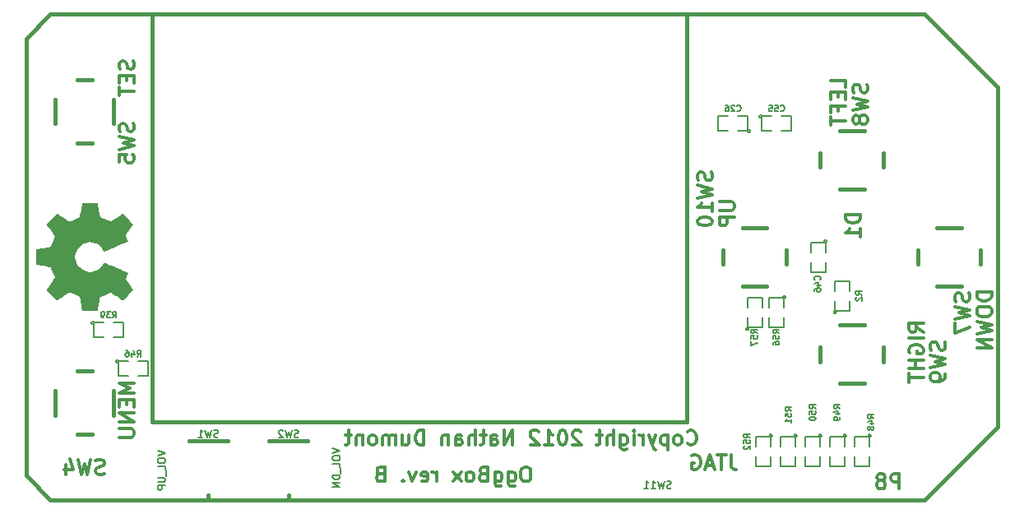
<source format=gbo>
G04 (created by PCBNEW-RS274X (2012-05-21 BZR 3261)-stable) date Wed 26 Sep 2012 20:51:20 BST*
G01*
G70*
G90*
%MOIN*%
G04 Gerber Fmt 3.4, Leading zero omitted, Abs format*
%FSLAX34Y34*%
G04 APERTURE LIST*
%ADD10C,0.006000*%
%ADD11C,0.012000*%
%ADD12C,0.015000*%
%ADD13C,0.005000*%
%ADD14C,0.000100*%
G04 APERTURE END LIST*
G54D10*
G54D11*
X26793Y02279D02*
X26822Y02250D01*
X26908Y02222D01*
X26965Y02222D01*
X27050Y02250D01*
X27108Y02307D01*
X27136Y02363D01*
X27165Y02476D01*
X27165Y02560D01*
X27136Y02673D01*
X27108Y02729D01*
X27050Y02785D01*
X26965Y02813D01*
X26908Y02813D01*
X26822Y02785D01*
X26793Y02757D01*
X26450Y02222D02*
X26508Y02250D01*
X26536Y02279D01*
X26565Y02335D01*
X26565Y02504D01*
X26536Y02560D01*
X26508Y02588D01*
X26450Y02616D01*
X26365Y02616D01*
X26308Y02588D01*
X26279Y02560D01*
X26250Y02504D01*
X26250Y02335D01*
X26279Y02279D01*
X26308Y02250D01*
X26365Y02222D01*
X26450Y02222D01*
X25993Y02616D02*
X25993Y02025D01*
X25993Y02588D02*
X25936Y02616D01*
X25822Y02616D01*
X25765Y02588D01*
X25736Y02560D01*
X25707Y02504D01*
X25707Y02335D01*
X25736Y02279D01*
X25765Y02250D01*
X25822Y02222D01*
X25936Y02222D01*
X25993Y02250D01*
X25507Y02616D02*
X25364Y02222D01*
X25222Y02616D02*
X25364Y02222D01*
X25422Y02082D01*
X25450Y02053D01*
X25507Y02025D01*
X24993Y02222D02*
X24993Y02616D01*
X24993Y02504D02*
X24965Y02560D01*
X24936Y02588D01*
X24879Y02616D01*
X24822Y02616D01*
X24622Y02222D02*
X24622Y02616D01*
X24622Y02813D02*
X24651Y02785D01*
X24622Y02757D01*
X24594Y02785D01*
X24622Y02813D01*
X24622Y02757D01*
X24079Y02616D02*
X24079Y02138D01*
X24108Y02082D01*
X24136Y02053D01*
X24193Y02025D01*
X24279Y02025D01*
X24336Y02053D01*
X24079Y02250D02*
X24136Y02222D01*
X24250Y02222D01*
X24308Y02250D01*
X24336Y02279D01*
X24365Y02335D01*
X24365Y02504D01*
X24336Y02560D01*
X24308Y02588D01*
X24250Y02616D01*
X24136Y02616D01*
X24079Y02588D01*
X23793Y02222D02*
X23793Y02813D01*
X23536Y02222D02*
X23536Y02532D01*
X23565Y02588D01*
X23622Y02616D01*
X23707Y02616D01*
X23765Y02588D01*
X23793Y02560D01*
X23336Y02616D02*
X23107Y02616D01*
X23250Y02813D02*
X23250Y02307D01*
X23222Y02250D01*
X23164Y02222D01*
X23107Y02222D01*
X22479Y02757D02*
X22450Y02785D01*
X22393Y02813D01*
X22250Y02813D01*
X22193Y02785D01*
X22164Y02757D01*
X22136Y02701D01*
X22136Y02644D01*
X22164Y02560D01*
X22507Y02222D01*
X22136Y02222D01*
X21765Y02813D02*
X21708Y02813D01*
X21651Y02785D01*
X21622Y02757D01*
X21593Y02701D01*
X21565Y02588D01*
X21565Y02447D01*
X21593Y02335D01*
X21622Y02279D01*
X21651Y02250D01*
X21708Y02222D01*
X21765Y02222D01*
X21822Y02250D01*
X21851Y02279D01*
X21879Y02335D01*
X21908Y02447D01*
X21908Y02588D01*
X21879Y02701D01*
X21851Y02757D01*
X21822Y02785D01*
X21765Y02813D01*
X20994Y02222D02*
X21337Y02222D01*
X21165Y02222D02*
X21165Y02813D01*
X21222Y02729D01*
X21280Y02673D01*
X21337Y02644D01*
X20766Y02757D02*
X20737Y02785D01*
X20680Y02813D01*
X20537Y02813D01*
X20480Y02785D01*
X20451Y02757D01*
X20423Y02701D01*
X20423Y02644D01*
X20451Y02560D01*
X20794Y02222D01*
X20423Y02222D01*
X19709Y02222D02*
X19709Y02813D01*
X19366Y02222D01*
X19366Y02813D01*
X18823Y02222D02*
X18823Y02532D01*
X18852Y02588D01*
X18909Y02616D01*
X19023Y02616D01*
X19080Y02588D01*
X18823Y02250D02*
X18880Y02222D01*
X19023Y02222D01*
X19080Y02250D01*
X19109Y02307D01*
X19109Y02363D01*
X19080Y02419D01*
X19023Y02447D01*
X18880Y02447D01*
X18823Y02476D01*
X18623Y02616D02*
X18394Y02616D01*
X18537Y02813D02*
X18537Y02307D01*
X18509Y02250D01*
X18451Y02222D01*
X18394Y02222D01*
X18194Y02222D02*
X18194Y02813D01*
X17937Y02222D02*
X17937Y02532D01*
X17966Y02588D01*
X18023Y02616D01*
X18108Y02616D01*
X18166Y02588D01*
X18194Y02560D01*
X17394Y02222D02*
X17394Y02532D01*
X17423Y02588D01*
X17480Y02616D01*
X17594Y02616D01*
X17651Y02588D01*
X17394Y02250D02*
X17451Y02222D01*
X17594Y02222D01*
X17651Y02250D01*
X17680Y02307D01*
X17680Y02363D01*
X17651Y02419D01*
X17594Y02447D01*
X17451Y02447D01*
X17394Y02476D01*
X17108Y02616D02*
X17108Y02222D01*
X17108Y02560D02*
X17080Y02588D01*
X17022Y02616D01*
X16937Y02616D01*
X16880Y02588D01*
X16851Y02532D01*
X16851Y02222D01*
X16108Y02222D02*
X16108Y02813D01*
X15965Y02813D01*
X15880Y02785D01*
X15822Y02729D01*
X15794Y02673D01*
X15765Y02560D01*
X15765Y02476D01*
X15794Y02363D01*
X15822Y02307D01*
X15880Y02250D01*
X15965Y02222D01*
X16108Y02222D01*
X15251Y02616D02*
X15251Y02222D01*
X15508Y02616D02*
X15508Y02307D01*
X15480Y02250D01*
X15422Y02222D01*
X15337Y02222D01*
X15280Y02250D01*
X15251Y02279D01*
X14965Y02222D02*
X14965Y02616D01*
X14965Y02560D02*
X14937Y02588D01*
X14879Y02616D01*
X14794Y02616D01*
X14737Y02588D01*
X14708Y02532D01*
X14708Y02222D01*
X14708Y02532D02*
X14679Y02588D01*
X14622Y02616D01*
X14537Y02616D01*
X14479Y02588D01*
X14451Y02532D01*
X14451Y02222D01*
X14079Y02222D02*
X14137Y02250D01*
X14165Y02279D01*
X14194Y02335D01*
X14194Y02504D01*
X14165Y02560D01*
X14137Y02588D01*
X14079Y02616D01*
X13994Y02616D01*
X13937Y02588D01*
X13908Y02560D01*
X13879Y02504D01*
X13879Y02335D01*
X13908Y02279D01*
X13937Y02250D01*
X13994Y02222D01*
X14079Y02222D01*
X13622Y02616D02*
X13622Y02222D01*
X13622Y02560D02*
X13594Y02588D01*
X13536Y02616D01*
X13451Y02616D01*
X13394Y02588D01*
X13365Y02532D01*
X13365Y02222D01*
X13165Y02616D02*
X12936Y02616D01*
X13079Y02813D02*
X13079Y02307D01*
X13051Y02250D01*
X12993Y02222D01*
X12936Y02222D01*
X20309Y01337D02*
X20195Y01337D01*
X20137Y01309D01*
X20080Y01253D01*
X20052Y01140D01*
X20052Y00943D01*
X20080Y00831D01*
X20137Y00774D01*
X20195Y00746D01*
X20309Y00746D01*
X20366Y00774D01*
X20423Y00831D01*
X20452Y00943D01*
X20452Y01140D01*
X20423Y01253D01*
X20366Y01309D01*
X20309Y01337D01*
X19537Y01140D02*
X19537Y00662D01*
X19566Y00606D01*
X19594Y00577D01*
X19651Y00549D01*
X19737Y00549D01*
X19794Y00577D01*
X19537Y00774D02*
X19594Y00746D01*
X19708Y00746D01*
X19766Y00774D01*
X19794Y00803D01*
X19823Y00859D01*
X19823Y01028D01*
X19794Y01084D01*
X19766Y01112D01*
X19708Y01140D01*
X19594Y01140D01*
X19537Y01112D01*
X18994Y01140D02*
X18994Y00662D01*
X19023Y00606D01*
X19051Y00577D01*
X19108Y00549D01*
X19194Y00549D01*
X19251Y00577D01*
X18994Y00774D02*
X19051Y00746D01*
X19165Y00746D01*
X19223Y00774D01*
X19251Y00803D01*
X19280Y00859D01*
X19280Y01028D01*
X19251Y01084D01*
X19223Y01112D01*
X19165Y01140D01*
X19051Y01140D01*
X18994Y01112D01*
X18508Y01056D02*
X18422Y01028D01*
X18394Y01000D01*
X18365Y00943D01*
X18365Y00859D01*
X18394Y00803D01*
X18422Y00774D01*
X18480Y00746D01*
X18708Y00746D01*
X18708Y01337D01*
X18508Y01337D01*
X18451Y01309D01*
X18422Y01281D01*
X18394Y01225D01*
X18394Y01168D01*
X18422Y01112D01*
X18451Y01084D01*
X18508Y01056D01*
X18708Y01056D01*
X18022Y00746D02*
X18080Y00774D01*
X18108Y00803D01*
X18137Y00859D01*
X18137Y01028D01*
X18108Y01084D01*
X18080Y01112D01*
X18022Y01140D01*
X17937Y01140D01*
X17880Y01112D01*
X17851Y01084D01*
X17822Y01028D01*
X17822Y00859D01*
X17851Y00803D01*
X17880Y00774D01*
X17937Y00746D01*
X18022Y00746D01*
X17622Y00746D02*
X17308Y01140D01*
X17622Y01140D02*
X17308Y00746D01*
X16622Y00746D02*
X16622Y01140D01*
X16622Y01028D02*
X16594Y01084D01*
X16565Y01112D01*
X16508Y01140D01*
X16451Y01140D01*
X16023Y00774D02*
X16080Y00746D01*
X16194Y00746D01*
X16251Y00774D01*
X16280Y00831D01*
X16280Y01056D01*
X16251Y01112D01*
X16194Y01140D01*
X16080Y01140D01*
X16023Y01112D01*
X15994Y01056D01*
X15994Y01000D01*
X16280Y00943D01*
X15794Y01140D02*
X15651Y00746D01*
X15509Y01140D01*
X15280Y00803D02*
X15252Y00774D01*
X15280Y00746D01*
X15309Y00774D01*
X15280Y00803D01*
X15280Y00746D01*
X14337Y01056D02*
X14251Y01028D01*
X14223Y01000D01*
X14194Y00943D01*
X14194Y00859D01*
X14223Y00803D01*
X14251Y00774D01*
X14309Y00746D01*
X14537Y00746D01*
X14537Y01337D01*
X14337Y01337D01*
X14280Y01309D01*
X14251Y01281D01*
X14223Y01225D01*
X14223Y01168D01*
X14251Y01112D01*
X14280Y01084D01*
X14337Y01056D01*
X14537Y01056D01*
G54D12*
X39369Y16733D02*
X39370Y16733D01*
X36417Y19685D02*
X39369Y16733D01*
X00984Y19685D02*
X00000Y18701D01*
X36417Y19685D02*
X00984Y19685D01*
X36417Y00000D02*
X39370Y02953D01*
X00000Y00984D02*
X00000Y00985D01*
X00984Y00000D02*
X00000Y00984D01*
X36417Y00000D02*
X00984Y00000D01*
X00000Y18701D02*
X00000Y00985D01*
X39370Y16733D02*
X39370Y02953D01*
G54D13*
X29278Y06929D02*
X29277Y06920D01*
X29274Y06910D01*
X29269Y06902D01*
X29263Y06894D01*
X29255Y06888D01*
X29247Y06883D01*
X29238Y06881D01*
X29228Y06880D01*
X29219Y06880D01*
X29210Y06883D01*
X29201Y06888D01*
X29194Y06894D01*
X29187Y06901D01*
X29183Y06910D01*
X29180Y06919D01*
X29179Y06929D01*
X29179Y06938D01*
X29182Y06947D01*
X29186Y06956D01*
X29193Y06963D01*
X29200Y06970D01*
X29208Y06974D01*
X29218Y06977D01*
X29227Y06978D01*
X29236Y06978D01*
X29246Y06975D01*
X29254Y06971D01*
X29262Y06965D01*
X29268Y06957D01*
X29273Y06949D01*
X29276Y06940D01*
X29277Y06930D01*
X29278Y06929D01*
X29228Y07379D02*
X29228Y06979D01*
X29228Y06979D02*
X29828Y06979D01*
X29828Y06979D02*
X29828Y07379D01*
X29828Y07779D02*
X29828Y08179D01*
X29828Y08179D02*
X29228Y08179D01*
X29228Y08179D02*
X29228Y07779D01*
X30763Y08229D02*
X30762Y08220D01*
X30759Y08210D01*
X30754Y08202D01*
X30748Y08194D01*
X30740Y08188D01*
X30732Y08183D01*
X30723Y08181D01*
X30713Y08180D01*
X30704Y08180D01*
X30695Y08183D01*
X30686Y08188D01*
X30679Y08194D01*
X30672Y08201D01*
X30668Y08210D01*
X30665Y08219D01*
X30664Y08229D01*
X30664Y08238D01*
X30667Y08247D01*
X30671Y08256D01*
X30678Y08263D01*
X30685Y08270D01*
X30693Y08274D01*
X30703Y08277D01*
X30712Y08278D01*
X30721Y08278D01*
X30731Y08275D01*
X30739Y08271D01*
X30747Y08265D01*
X30753Y08257D01*
X30758Y08249D01*
X30761Y08240D01*
X30762Y08230D01*
X30763Y08229D01*
X30713Y07779D02*
X30713Y08179D01*
X30713Y08179D02*
X30113Y08179D01*
X30113Y08179D02*
X30113Y07779D01*
X30113Y07379D02*
X30113Y06979D01*
X30113Y06979D02*
X30713Y06979D01*
X30713Y06979D02*
X30713Y07379D01*
X30230Y02613D02*
X30229Y02604D01*
X30226Y02594D01*
X30221Y02586D01*
X30215Y02578D01*
X30207Y02572D01*
X30199Y02567D01*
X30190Y02565D01*
X30180Y02564D01*
X30171Y02564D01*
X30162Y02567D01*
X30153Y02572D01*
X30146Y02578D01*
X30139Y02585D01*
X30135Y02594D01*
X30132Y02603D01*
X30131Y02613D01*
X30131Y02622D01*
X30134Y02631D01*
X30138Y02640D01*
X30145Y02647D01*
X30152Y02654D01*
X30160Y02658D01*
X30170Y02661D01*
X30179Y02662D01*
X30188Y02662D01*
X30198Y02659D01*
X30206Y02655D01*
X30214Y02649D01*
X30220Y02641D01*
X30225Y02633D01*
X30228Y02624D01*
X30229Y02614D01*
X30230Y02613D01*
X30180Y02163D02*
X30180Y02563D01*
X30180Y02563D02*
X29580Y02563D01*
X29580Y02563D02*
X29580Y02163D01*
X29580Y01763D02*
X29580Y01363D01*
X29580Y01363D02*
X30180Y01363D01*
X30180Y01363D02*
X30180Y01763D01*
X31230Y02613D02*
X31229Y02604D01*
X31226Y02594D01*
X31221Y02586D01*
X31215Y02578D01*
X31207Y02572D01*
X31199Y02567D01*
X31190Y02565D01*
X31180Y02564D01*
X31171Y02564D01*
X31162Y02567D01*
X31153Y02572D01*
X31146Y02578D01*
X31139Y02585D01*
X31135Y02594D01*
X31132Y02603D01*
X31131Y02613D01*
X31131Y02622D01*
X31134Y02631D01*
X31138Y02640D01*
X31145Y02647D01*
X31152Y02654D01*
X31160Y02658D01*
X31170Y02661D01*
X31179Y02662D01*
X31188Y02662D01*
X31198Y02659D01*
X31206Y02655D01*
X31214Y02649D01*
X31220Y02641D01*
X31225Y02633D01*
X31228Y02624D01*
X31229Y02614D01*
X31230Y02613D01*
X31180Y02163D02*
X31180Y02563D01*
X31180Y02563D02*
X30580Y02563D01*
X30580Y02563D02*
X30580Y02163D01*
X30580Y01763D02*
X30580Y01363D01*
X30580Y01363D02*
X31180Y01363D01*
X31180Y01363D02*
X31180Y01763D01*
X32230Y02613D02*
X32229Y02604D01*
X32226Y02594D01*
X32221Y02586D01*
X32215Y02578D01*
X32207Y02572D01*
X32199Y02567D01*
X32190Y02565D01*
X32180Y02564D01*
X32171Y02564D01*
X32162Y02567D01*
X32153Y02572D01*
X32146Y02578D01*
X32139Y02585D01*
X32135Y02594D01*
X32132Y02603D01*
X32131Y02613D01*
X32131Y02622D01*
X32134Y02631D01*
X32138Y02640D01*
X32145Y02647D01*
X32152Y02654D01*
X32160Y02658D01*
X32170Y02661D01*
X32179Y02662D01*
X32188Y02662D01*
X32198Y02659D01*
X32206Y02655D01*
X32214Y02649D01*
X32220Y02641D01*
X32225Y02633D01*
X32228Y02624D01*
X32229Y02614D01*
X32230Y02613D01*
X32180Y02163D02*
X32180Y02563D01*
X32180Y02563D02*
X31580Y02563D01*
X31580Y02563D02*
X31580Y02163D01*
X31580Y01763D02*
X31580Y01363D01*
X31580Y01363D02*
X32180Y01363D01*
X32180Y01363D02*
X32180Y01763D01*
X33230Y02613D02*
X33229Y02604D01*
X33226Y02594D01*
X33221Y02586D01*
X33215Y02578D01*
X33207Y02572D01*
X33199Y02567D01*
X33190Y02565D01*
X33180Y02564D01*
X33171Y02564D01*
X33162Y02567D01*
X33153Y02572D01*
X33146Y02578D01*
X33139Y02585D01*
X33135Y02594D01*
X33132Y02603D01*
X33131Y02613D01*
X33131Y02622D01*
X33134Y02631D01*
X33138Y02640D01*
X33145Y02647D01*
X33152Y02654D01*
X33160Y02658D01*
X33170Y02661D01*
X33179Y02662D01*
X33188Y02662D01*
X33198Y02659D01*
X33206Y02655D01*
X33214Y02649D01*
X33220Y02641D01*
X33225Y02633D01*
X33228Y02624D01*
X33229Y02614D01*
X33230Y02613D01*
X33180Y02163D02*
X33180Y02563D01*
X33180Y02563D02*
X32580Y02563D01*
X32580Y02563D02*
X32580Y02163D01*
X32580Y01763D02*
X32580Y01363D01*
X32580Y01363D02*
X33180Y01363D01*
X33180Y01363D02*
X33180Y01763D01*
X34230Y02613D02*
X34229Y02604D01*
X34226Y02594D01*
X34221Y02586D01*
X34215Y02578D01*
X34207Y02572D01*
X34199Y02567D01*
X34190Y02565D01*
X34180Y02564D01*
X34171Y02564D01*
X34162Y02567D01*
X34153Y02572D01*
X34146Y02578D01*
X34139Y02585D01*
X34135Y02594D01*
X34132Y02603D01*
X34131Y02613D01*
X34131Y02622D01*
X34134Y02631D01*
X34138Y02640D01*
X34145Y02647D01*
X34152Y02654D01*
X34160Y02658D01*
X34170Y02661D01*
X34179Y02662D01*
X34188Y02662D01*
X34198Y02659D01*
X34206Y02655D01*
X34214Y02649D01*
X34220Y02641D01*
X34225Y02633D01*
X34228Y02624D01*
X34229Y02614D01*
X34230Y02613D01*
X34180Y02163D02*
X34180Y02563D01*
X34180Y02563D02*
X33580Y02563D01*
X33580Y02563D02*
X33580Y02163D01*
X33580Y01763D02*
X33580Y01363D01*
X33580Y01363D02*
X34180Y01363D01*
X34180Y01363D02*
X34180Y01763D01*
X03731Y05615D02*
X03730Y05606D01*
X03727Y05596D01*
X03722Y05588D01*
X03716Y05580D01*
X03708Y05574D01*
X03700Y05569D01*
X03691Y05567D01*
X03681Y05566D01*
X03672Y05566D01*
X03663Y05569D01*
X03654Y05574D01*
X03647Y05580D01*
X03640Y05587D01*
X03636Y05596D01*
X03633Y05605D01*
X03632Y05615D01*
X03632Y05624D01*
X03635Y05633D01*
X03639Y05642D01*
X03646Y05649D01*
X03653Y05656D01*
X03661Y05660D01*
X03671Y05663D01*
X03680Y05664D01*
X03689Y05664D01*
X03699Y05661D01*
X03707Y05657D01*
X03715Y05651D01*
X03721Y05643D01*
X03726Y05635D01*
X03729Y05626D01*
X03730Y05616D01*
X03731Y05615D01*
X04131Y05615D02*
X03731Y05615D01*
X03731Y05615D02*
X03731Y05015D01*
X03731Y05015D02*
X04131Y05015D01*
X04531Y05015D02*
X04931Y05015D01*
X04931Y05015D02*
X04931Y05615D01*
X04931Y05615D02*
X04531Y05615D01*
X29342Y14956D02*
X29341Y14947D01*
X29338Y14937D01*
X29333Y14929D01*
X29327Y14921D01*
X29319Y14915D01*
X29311Y14910D01*
X29302Y14908D01*
X29292Y14907D01*
X29283Y14907D01*
X29274Y14910D01*
X29265Y14915D01*
X29258Y14921D01*
X29251Y14928D01*
X29247Y14937D01*
X29244Y14946D01*
X29243Y14956D01*
X29243Y14965D01*
X29246Y14974D01*
X29250Y14983D01*
X29257Y14990D01*
X29264Y14997D01*
X29272Y15001D01*
X29282Y15004D01*
X29291Y15005D01*
X29300Y15005D01*
X29310Y15002D01*
X29318Y14998D01*
X29326Y14992D01*
X29332Y14984D01*
X29337Y14976D01*
X29340Y14967D01*
X29341Y14957D01*
X29342Y14956D01*
X28842Y14956D02*
X29242Y14956D01*
X29242Y14956D02*
X29242Y15556D01*
X29242Y15556D02*
X28842Y15556D01*
X28442Y15556D02*
X28042Y15556D01*
X28042Y15556D02*
X28042Y14956D01*
X28042Y14956D02*
X28442Y14956D01*
X32821Y07618D02*
X32820Y07609D01*
X32817Y07599D01*
X32812Y07591D01*
X32806Y07583D01*
X32798Y07577D01*
X32790Y07572D01*
X32781Y07570D01*
X32771Y07569D01*
X32762Y07569D01*
X32753Y07572D01*
X32744Y07577D01*
X32737Y07583D01*
X32730Y07590D01*
X32726Y07599D01*
X32723Y07608D01*
X32722Y07618D01*
X32722Y07627D01*
X32725Y07636D01*
X32729Y07645D01*
X32736Y07652D01*
X32743Y07659D01*
X32751Y07663D01*
X32761Y07666D01*
X32770Y07667D01*
X32779Y07667D01*
X32789Y07664D01*
X32797Y07660D01*
X32805Y07654D01*
X32811Y07646D01*
X32816Y07638D01*
X32819Y07629D01*
X32820Y07619D01*
X32821Y07618D01*
X32771Y08068D02*
X32771Y07668D01*
X32771Y07668D02*
X33371Y07668D01*
X33371Y07668D02*
X33371Y08068D01*
X33371Y08468D02*
X33371Y08868D01*
X33371Y08868D02*
X32771Y08868D01*
X32771Y08868D02*
X32771Y08468D01*
X32437Y10493D02*
X32436Y10484D01*
X32433Y10474D01*
X32428Y10466D01*
X32422Y10458D01*
X32414Y10452D01*
X32406Y10447D01*
X32397Y10445D01*
X32387Y10444D01*
X32378Y10444D01*
X32369Y10447D01*
X32360Y10452D01*
X32353Y10458D01*
X32346Y10465D01*
X32342Y10474D01*
X32339Y10483D01*
X32338Y10493D01*
X32338Y10502D01*
X32341Y10511D01*
X32345Y10520D01*
X32352Y10527D01*
X32359Y10534D01*
X32367Y10538D01*
X32377Y10541D01*
X32386Y10542D01*
X32395Y10542D01*
X32405Y10539D01*
X32413Y10535D01*
X32421Y10529D01*
X32427Y10521D01*
X32432Y10513D01*
X32435Y10504D01*
X32436Y10494D01*
X32437Y10493D01*
X32387Y10043D02*
X32387Y10443D01*
X32387Y10443D02*
X31787Y10443D01*
X31787Y10443D02*
X31787Y10043D01*
X31787Y09643D02*
X31787Y09243D01*
X31787Y09243D02*
X32387Y09243D01*
X32387Y09243D02*
X32387Y09643D01*
G54D12*
X22047Y19686D02*
X25000Y19686D01*
X11024Y19686D02*
X21063Y19686D01*
X09646Y19686D02*
X09843Y19686D01*
X07087Y19686D02*
X09646Y19686D01*
X26772Y19686D02*
X26772Y03150D01*
X26772Y03150D02*
X05118Y03150D01*
X05118Y03150D02*
X05118Y19686D01*
X05118Y19686D02*
X05906Y19686D01*
X26772Y19686D02*
X25984Y19686D01*
G54D13*
X02747Y07190D02*
X02746Y07181D01*
X02743Y07171D01*
X02738Y07163D01*
X02732Y07155D01*
X02724Y07149D01*
X02716Y07144D01*
X02707Y07142D01*
X02697Y07141D01*
X02688Y07141D01*
X02679Y07144D01*
X02670Y07149D01*
X02663Y07155D01*
X02656Y07162D01*
X02652Y07171D01*
X02649Y07180D01*
X02648Y07190D01*
X02648Y07199D01*
X02651Y07208D01*
X02655Y07217D01*
X02662Y07224D01*
X02669Y07231D01*
X02677Y07235D01*
X02687Y07238D01*
X02696Y07239D01*
X02705Y07239D01*
X02715Y07236D01*
X02723Y07232D01*
X02731Y07226D01*
X02737Y07218D01*
X02742Y07210D01*
X02745Y07201D01*
X02746Y07191D01*
X02747Y07190D01*
X03147Y07190D02*
X02747Y07190D01*
X02747Y07190D02*
X02747Y06590D01*
X02747Y06590D02*
X03147Y06590D01*
X03547Y06590D02*
X03947Y06590D01*
X03947Y06590D02*
X03947Y07190D01*
X03947Y07190D02*
X03547Y07190D01*
X29813Y15556D02*
X29812Y15547D01*
X29809Y15537D01*
X29804Y15529D01*
X29798Y15521D01*
X29790Y15515D01*
X29782Y15510D01*
X29773Y15508D01*
X29763Y15507D01*
X29754Y15507D01*
X29745Y15510D01*
X29736Y15515D01*
X29729Y15521D01*
X29722Y15528D01*
X29718Y15537D01*
X29715Y15546D01*
X29714Y15556D01*
X29714Y15565D01*
X29717Y15574D01*
X29721Y15583D01*
X29728Y15590D01*
X29735Y15597D01*
X29743Y15601D01*
X29753Y15604D01*
X29762Y15605D01*
X29771Y15605D01*
X29781Y15602D01*
X29789Y15598D01*
X29797Y15592D01*
X29803Y15584D01*
X29808Y15576D01*
X29811Y15567D01*
X29812Y15557D01*
X29813Y15556D01*
X30213Y15556D02*
X29813Y15556D01*
X29813Y15556D02*
X29813Y14956D01*
X29813Y14956D02*
X30213Y14956D01*
X30613Y14956D02*
X31013Y14956D01*
X31013Y14956D02*
X31013Y15556D01*
X31013Y15556D02*
X30613Y15556D01*
G54D12*
X01181Y03445D02*
X01181Y04429D01*
X03543Y03445D02*
X03543Y04429D01*
X02657Y05217D02*
X02067Y05217D01*
X02657Y02657D02*
X02067Y02657D01*
X29036Y11024D02*
X30020Y11024D01*
X29036Y08662D02*
X30020Y08662D01*
X30808Y09548D02*
X30808Y10138D01*
X28248Y09548D02*
X28248Y10138D01*
X36910Y11024D02*
X37894Y11024D01*
X36910Y08662D02*
X37894Y08662D01*
X38682Y09548D02*
X38682Y10138D01*
X36122Y09548D02*
X36122Y10138D01*
X32973Y14961D02*
X33957Y14961D01*
X32973Y12599D02*
X33957Y12599D01*
X34745Y13485D02*
X34745Y14075D01*
X32185Y13485D02*
X32185Y14075D01*
X32973Y07087D02*
X33957Y07087D01*
X32973Y04725D02*
X33957Y04725D01*
X34745Y05611D02*
X34745Y06201D01*
X32185Y05611D02*
X32185Y06201D01*
X03543Y16240D02*
X03543Y15256D01*
X01181Y16240D02*
X01181Y15256D01*
X02067Y14468D02*
X02657Y14468D01*
X02067Y17028D02*
X02657Y17028D01*
X24212Y00000D02*
X22244Y00000D01*
G54D14*
G36*
X04330Y08515D02*
X04318Y08538D01*
X04286Y08589D01*
X04238Y08662D01*
X04180Y08749D01*
X04121Y08836D01*
X04073Y08907D01*
X04041Y08957D01*
X04030Y08978D01*
X04034Y08989D01*
X04054Y09030D01*
X04085Y09090D01*
X04103Y09125D01*
X04126Y09180D01*
X04131Y09207D01*
X04124Y09212D01*
X04082Y09232D01*
X04010Y09263D01*
X03915Y09305D01*
X03804Y09352D01*
X03684Y09403D01*
X03562Y09454D01*
X03445Y09502D01*
X03340Y09545D01*
X03255Y09579D01*
X03196Y09602D01*
X03170Y09610D01*
X03165Y09608D01*
X03138Y09580D01*
X03102Y09532D01*
X03018Y09429D01*
X02890Y09326D01*
X02745Y09264D01*
X02584Y09243D01*
X02434Y09261D01*
X02290Y09320D01*
X02161Y09420D01*
X02065Y09541D01*
X02004Y09683D01*
X01985Y09843D01*
X02002Y09996D01*
X02060Y10142D01*
X02158Y10272D01*
X02221Y10326D01*
X02352Y10401D01*
X02492Y10444D01*
X02528Y10449D01*
X02682Y10442D01*
X02829Y10397D01*
X02961Y10316D01*
X03069Y10203D01*
X03080Y10189D01*
X03119Y10136D01*
X03146Y10101D01*
X03168Y10074D01*
X03640Y10270D01*
X03715Y10301D01*
X03844Y10355D01*
X03955Y10402D01*
X04043Y10440D01*
X04102Y10466D01*
X04126Y10478D01*
X04127Y10479D01*
X04130Y10496D01*
X04117Y10532D01*
X04085Y10598D01*
X04063Y10642D01*
X04039Y10692D01*
X04030Y10714D01*
X04040Y10733D01*
X04071Y10781D01*
X04118Y10851D01*
X04176Y10936D01*
X04230Y11016D01*
X04279Y11090D01*
X04313Y11144D01*
X04327Y11170D01*
X04327Y11174D01*
X04314Y11197D01*
X04279Y11239D01*
X04218Y11304D01*
X04128Y11395D01*
X04115Y11409D01*
X04039Y11483D01*
X03975Y11544D01*
X03930Y11585D01*
X03909Y11599D01*
X03909Y11599D01*
X03883Y11586D01*
X03830Y11552D01*
X03755Y11503D01*
X03667Y11443D01*
X03440Y11287D01*
X03226Y11373D01*
X03161Y11399D01*
X03081Y11433D01*
X03024Y11458D01*
X02999Y11470D01*
X02991Y11494D01*
X02977Y11552D01*
X02959Y11637D01*
X02940Y11739D01*
X02923Y11835D01*
X02906Y11922D01*
X02894Y11986D01*
X02888Y12014D01*
X02884Y12021D01*
X02871Y12026D01*
X02841Y12030D01*
X02788Y12032D01*
X02704Y12033D01*
X02584Y12033D01*
X02571Y12033D01*
X02455Y12032D01*
X02364Y12030D01*
X02303Y12027D01*
X02280Y12023D01*
X02279Y12023D01*
X02273Y11996D01*
X02260Y11934D01*
X02243Y11847D01*
X02223Y11743D01*
X02222Y11736D01*
X02202Y11633D01*
X02184Y11546D01*
X02170Y11485D01*
X02162Y11459D01*
X02154Y11454D01*
X02114Y11433D01*
X02050Y11403D01*
X01971Y11369D01*
X01890Y11335D01*
X01817Y11306D01*
X01762Y11286D01*
X01737Y11280D01*
X01737Y11281D01*
X01712Y11296D01*
X01658Y11332D01*
X01583Y11382D01*
X01495Y11443D01*
X01489Y11447D01*
X01401Y11507D01*
X01327Y11555D01*
X01274Y11587D01*
X01250Y11599D01*
X01249Y11599D01*
X01223Y11579D01*
X01173Y11535D01*
X01106Y11471D01*
X01029Y11394D01*
X01005Y11370D01*
X00922Y11285D01*
X00867Y11225D01*
X00838Y11189D01*
X00832Y11171D01*
X00832Y11170D01*
X00848Y11144D01*
X00884Y11089D01*
X00935Y11014D01*
X00996Y10925D01*
X01000Y10919D01*
X01059Y10831D01*
X01109Y10758D01*
X01143Y10706D01*
X01157Y10684D01*
X01157Y10680D01*
X01146Y10644D01*
X01124Y10582D01*
X01095Y10505D01*
X01062Y10424D01*
X01031Y10351D01*
X01006Y10295D01*
X00991Y10269D01*
X00990Y10269D01*
X00959Y10259D01*
X00893Y10244D01*
X00803Y10226D01*
X00696Y10205D01*
X00678Y10202D01*
X00574Y10182D01*
X00488Y10165D01*
X00428Y10153D01*
X00404Y10147D01*
X00400Y10132D01*
X00396Y10081D01*
X00394Y10003D01*
X00393Y09909D01*
X00394Y09810D01*
X00396Y09713D01*
X00399Y09630D01*
X00403Y09571D01*
X00408Y09547D01*
X00409Y09546D01*
X00442Y09537D01*
X00507Y09522D01*
X00598Y09504D01*
X00706Y09483D01*
X00725Y09479D01*
X00829Y09460D01*
X00914Y09442D01*
X00973Y09430D01*
X00996Y09423D01*
X01001Y09414D01*
X01020Y09371D01*
X01049Y09301D01*
X01084Y09215D01*
X01165Y09014D01*
X00996Y08768D01*
X00981Y08745D01*
X00921Y08657D01*
X00872Y08584D01*
X00840Y08534D01*
X00828Y08513D01*
X00829Y08511D01*
X00850Y08487D01*
X00896Y08438D01*
X00961Y08371D01*
X01038Y08294D01*
X01095Y08237D01*
X01164Y08169D01*
X01210Y08126D01*
X01240Y08103D01*
X01258Y08094D01*
X01270Y08096D01*
X01295Y08112D01*
X01349Y08148D01*
X01424Y08199D01*
X01511Y08259D01*
X01583Y08308D01*
X01666Y08361D01*
X01725Y08396D01*
X01754Y08408D01*
X01766Y08405D01*
X01814Y08388D01*
X01887Y08359D01*
X01973Y08322D01*
X02168Y08236D01*
X02193Y08109D01*
X02207Y08031D01*
X02228Y07923D01*
X02248Y07820D01*
X02279Y07658D01*
X02873Y07652D01*
X02884Y07677D01*
X02890Y07701D01*
X02904Y07761D01*
X02921Y07847D01*
X02940Y07947D01*
X02956Y08033D01*
X02972Y08120D01*
X02984Y08182D01*
X02990Y08210D01*
X02999Y08217D01*
X03041Y08238D01*
X03108Y08269D01*
X03188Y08303D01*
X03271Y08338D01*
X03348Y08368D01*
X03406Y08390D01*
X03437Y08398D01*
X03459Y08386D01*
X03510Y08353D01*
X03583Y08305D01*
X03669Y08247D01*
X03755Y08188D01*
X03828Y08138D01*
X03881Y08104D01*
X03905Y08089D01*
X03922Y08096D01*
X03963Y08131D01*
X04031Y08196D01*
X04126Y08292D01*
X04141Y08308D01*
X04215Y08385D01*
X04275Y08450D01*
X04315Y08495D01*
X04330Y08515D01*
X04330Y08515D01*
G37*
G54D12*
X10630Y00001D02*
X10630Y00198D01*
X09843Y00001D02*
X11417Y00001D01*
X09843Y02383D02*
X11417Y02383D01*
X07382Y00001D02*
X07382Y00198D01*
X06595Y00001D02*
X08169Y00001D01*
X06595Y02383D02*
X08169Y02383D01*
G54D11*
X33806Y11564D02*
X33206Y11564D01*
X33206Y11421D01*
X33234Y11336D01*
X33292Y11278D01*
X33349Y11250D01*
X33463Y11221D01*
X33549Y11221D01*
X33663Y11250D01*
X33720Y11278D01*
X33777Y11336D01*
X33806Y11421D01*
X33806Y11564D01*
X33806Y10650D02*
X33806Y10993D01*
X33806Y10821D02*
X33206Y10821D01*
X33292Y10878D01*
X33349Y10936D01*
X33377Y10993D01*
G54D13*
X29629Y06756D02*
X29510Y06839D01*
X29629Y06898D02*
X29379Y06898D01*
X29379Y06803D01*
X29391Y06779D01*
X29403Y06768D01*
X29427Y06756D01*
X29463Y06756D01*
X29486Y06768D01*
X29498Y06779D01*
X29510Y06803D01*
X29510Y06898D01*
X29379Y06529D02*
X29379Y06648D01*
X29498Y06660D01*
X29486Y06648D01*
X29474Y06625D01*
X29474Y06565D01*
X29486Y06541D01*
X29498Y06529D01*
X29522Y06518D01*
X29582Y06518D01*
X29605Y06529D01*
X29617Y06541D01*
X29629Y06565D01*
X29629Y06625D01*
X29617Y06648D01*
X29605Y06660D01*
X29379Y06434D02*
X29379Y06268D01*
X29629Y06375D01*
X30514Y06756D02*
X30395Y06839D01*
X30514Y06898D02*
X30264Y06898D01*
X30264Y06803D01*
X30276Y06779D01*
X30288Y06768D01*
X30312Y06756D01*
X30348Y06756D01*
X30371Y06768D01*
X30383Y06779D01*
X30395Y06803D01*
X30395Y06898D01*
X30264Y06529D02*
X30264Y06648D01*
X30383Y06660D01*
X30371Y06648D01*
X30359Y06625D01*
X30359Y06565D01*
X30371Y06541D01*
X30383Y06529D01*
X30407Y06518D01*
X30467Y06518D01*
X30490Y06529D01*
X30502Y06541D01*
X30514Y06565D01*
X30514Y06625D01*
X30502Y06648D01*
X30490Y06660D01*
X30264Y06303D02*
X30264Y06351D01*
X30276Y06375D01*
X30288Y06387D01*
X30324Y06410D01*
X30371Y06422D01*
X30467Y06422D01*
X30490Y06410D01*
X30502Y06399D01*
X30514Y06375D01*
X30514Y06327D01*
X30502Y06303D01*
X30490Y06291D01*
X30467Y06280D01*
X30407Y06280D01*
X30383Y06291D01*
X30371Y06303D01*
X30359Y06327D01*
X30359Y06375D01*
X30371Y06399D01*
X30383Y06410D01*
X30407Y06422D01*
X29333Y02524D02*
X29214Y02607D01*
X29333Y02666D02*
X29083Y02666D01*
X29083Y02571D01*
X29095Y02547D01*
X29107Y02536D01*
X29131Y02524D01*
X29167Y02524D01*
X29190Y02536D01*
X29202Y02547D01*
X29214Y02571D01*
X29214Y02666D01*
X29083Y02297D02*
X29083Y02416D01*
X29202Y02428D01*
X29190Y02416D01*
X29178Y02393D01*
X29178Y02333D01*
X29190Y02309D01*
X29202Y02297D01*
X29226Y02286D01*
X29286Y02286D01*
X29309Y02297D01*
X29321Y02309D01*
X29333Y02333D01*
X29333Y02393D01*
X29321Y02416D01*
X29309Y02428D01*
X29107Y02190D02*
X29095Y02178D01*
X29083Y02155D01*
X29083Y02095D01*
X29095Y02071D01*
X29107Y02059D01*
X29131Y02048D01*
X29155Y02048D01*
X29190Y02059D01*
X29333Y02202D01*
X29333Y02048D01*
X31007Y03606D02*
X30888Y03689D01*
X31007Y03748D02*
X30757Y03748D01*
X30757Y03653D01*
X30769Y03629D01*
X30781Y03618D01*
X30805Y03606D01*
X30841Y03606D01*
X30864Y03618D01*
X30876Y03629D01*
X30888Y03653D01*
X30888Y03748D01*
X30757Y03379D02*
X30757Y03498D01*
X30876Y03510D01*
X30864Y03498D01*
X30852Y03475D01*
X30852Y03415D01*
X30864Y03391D01*
X30876Y03379D01*
X30900Y03368D01*
X30960Y03368D01*
X30983Y03379D01*
X30995Y03391D01*
X31007Y03415D01*
X31007Y03475D01*
X30995Y03498D01*
X30983Y03510D01*
X31007Y03130D02*
X31007Y03272D01*
X31007Y03201D02*
X30757Y03201D01*
X30793Y03225D01*
X30817Y03249D01*
X30829Y03272D01*
X31991Y03705D02*
X31872Y03788D01*
X31991Y03847D02*
X31741Y03847D01*
X31741Y03752D01*
X31753Y03728D01*
X31765Y03717D01*
X31789Y03705D01*
X31825Y03705D01*
X31848Y03717D01*
X31860Y03728D01*
X31872Y03752D01*
X31872Y03847D01*
X31741Y03478D02*
X31741Y03597D01*
X31860Y03609D01*
X31848Y03597D01*
X31836Y03574D01*
X31836Y03514D01*
X31848Y03490D01*
X31860Y03478D01*
X31884Y03467D01*
X31944Y03467D01*
X31967Y03478D01*
X31979Y03490D01*
X31991Y03514D01*
X31991Y03574D01*
X31979Y03597D01*
X31967Y03609D01*
X31741Y03312D02*
X31741Y03288D01*
X31753Y03264D01*
X31765Y03252D01*
X31789Y03240D01*
X31836Y03229D01*
X31896Y03229D01*
X31944Y03240D01*
X31967Y03252D01*
X31979Y03264D01*
X31991Y03288D01*
X31991Y03312D01*
X31979Y03336D01*
X31967Y03348D01*
X31944Y03359D01*
X31896Y03371D01*
X31836Y03371D01*
X31789Y03359D01*
X31765Y03348D01*
X31753Y03336D01*
X31741Y03312D01*
X32975Y03705D02*
X32856Y03788D01*
X32975Y03847D02*
X32725Y03847D01*
X32725Y03752D01*
X32737Y03728D01*
X32749Y03717D01*
X32773Y03705D01*
X32809Y03705D01*
X32832Y03717D01*
X32844Y03728D01*
X32856Y03752D01*
X32856Y03847D01*
X32809Y03490D02*
X32975Y03490D01*
X32713Y03550D02*
X32892Y03609D01*
X32892Y03455D01*
X32975Y03348D02*
X32975Y03300D01*
X32963Y03276D01*
X32951Y03264D01*
X32916Y03240D01*
X32868Y03229D01*
X32773Y03229D01*
X32749Y03240D01*
X32737Y03252D01*
X32725Y03276D01*
X32725Y03324D01*
X32737Y03348D01*
X32749Y03359D01*
X32773Y03371D01*
X32832Y03371D01*
X32856Y03359D01*
X32868Y03348D01*
X32880Y03324D01*
X32880Y03276D01*
X32868Y03252D01*
X32856Y03240D01*
X32832Y03229D01*
X34353Y03311D02*
X34234Y03394D01*
X34353Y03453D02*
X34103Y03453D01*
X34103Y03358D01*
X34115Y03334D01*
X34127Y03323D01*
X34151Y03311D01*
X34187Y03311D01*
X34210Y03323D01*
X34222Y03334D01*
X34234Y03358D01*
X34234Y03453D01*
X34187Y03096D02*
X34353Y03096D01*
X34091Y03156D02*
X34270Y03215D01*
X34270Y03061D01*
X34210Y02930D02*
X34198Y02954D01*
X34187Y02965D01*
X34163Y02977D01*
X34151Y02977D01*
X34127Y02965D01*
X34115Y02954D01*
X34103Y02930D01*
X34103Y02882D01*
X34115Y02858D01*
X34127Y02846D01*
X34151Y02835D01*
X34163Y02835D01*
X34187Y02846D01*
X34198Y02858D01*
X34210Y02882D01*
X34210Y02930D01*
X34222Y02954D01*
X34234Y02965D01*
X34258Y02977D01*
X34306Y02977D01*
X34329Y02965D01*
X34341Y02954D01*
X34353Y02930D01*
X34353Y02882D01*
X34341Y02858D01*
X34329Y02846D01*
X34306Y02835D01*
X34258Y02835D01*
X34234Y02846D01*
X34222Y02858D01*
X34210Y02882D01*
X04492Y05805D02*
X04575Y05924D01*
X04634Y05805D02*
X04634Y06055D01*
X04539Y06055D01*
X04515Y06043D01*
X04504Y06031D01*
X04492Y06007D01*
X04492Y05971D01*
X04504Y05948D01*
X04515Y05936D01*
X04539Y05924D01*
X04634Y05924D01*
X04277Y05971D02*
X04277Y05805D01*
X04337Y06067D02*
X04396Y05888D01*
X04242Y05888D01*
X04039Y06055D02*
X04087Y06055D01*
X04111Y06043D01*
X04123Y06031D01*
X04146Y05995D01*
X04158Y05948D01*
X04158Y05852D01*
X04146Y05829D01*
X04135Y05817D01*
X04111Y05805D01*
X04063Y05805D01*
X04039Y05817D01*
X04027Y05829D01*
X04016Y05852D01*
X04016Y05912D01*
X04027Y05936D01*
X04039Y05948D01*
X04063Y05960D01*
X04111Y05960D01*
X04135Y05948D01*
X04146Y05936D01*
X04158Y05912D01*
X28803Y15770D02*
X28815Y15758D01*
X28850Y15746D01*
X28874Y15746D01*
X28910Y15758D01*
X28934Y15782D01*
X28945Y15805D01*
X28957Y15853D01*
X28957Y15889D01*
X28945Y15936D01*
X28934Y15960D01*
X28910Y15984D01*
X28874Y15996D01*
X28850Y15996D01*
X28815Y15984D01*
X28803Y15972D01*
X28707Y15972D02*
X28695Y15984D01*
X28672Y15996D01*
X28612Y15996D01*
X28588Y15984D01*
X28576Y15972D01*
X28565Y15948D01*
X28565Y15924D01*
X28576Y15889D01*
X28719Y15746D01*
X28565Y15746D01*
X28350Y15996D02*
X28398Y15996D01*
X28422Y15984D01*
X28434Y15972D01*
X28457Y15936D01*
X28469Y15889D01*
X28469Y15793D01*
X28457Y15770D01*
X28446Y15758D01*
X28422Y15746D01*
X28374Y15746D01*
X28350Y15758D01*
X28338Y15770D01*
X28327Y15793D01*
X28327Y15853D01*
X28338Y15877D01*
X28350Y15889D01*
X28374Y15901D01*
X28422Y15901D01*
X28446Y15889D01*
X28457Y15877D01*
X28469Y15853D01*
X33861Y08310D02*
X33742Y08393D01*
X33861Y08452D02*
X33611Y08452D01*
X33611Y08357D01*
X33623Y08333D01*
X33635Y08322D01*
X33659Y08310D01*
X33695Y08310D01*
X33718Y08322D01*
X33730Y08333D01*
X33742Y08357D01*
X33742Y08452D01*
X33635Y08214D02*
X33623Y08202D01*
X33611Y08179D01*
X33611Y08119D01*
X33623Y08095D01*
X33635Y08083D01*
X33659Y08072D01*
X33683Y08072D01*
X33718Y08083D01*
X33861Y08226D01*
X33861Y08072D01*
X32164Y08921D02*
X32176Y08933D01*
X32188Y08968D01*
X32188Y08992D01*
X32176Y09028D01*
X32152Y09052D01*
X32129Y09063D01*
X32081Y09075D01*
X32045Y09075D01*
X31998Y09063D01*
X31974Y09052D01*
X31950Y09028D01*
X31938Y08992D01*
X31938Y08968D01*
X31950Y08933D01*
X31962Y08921D01*
X32022Y08706D02*
X32188Y08706D01*
X31926Y08766D02*
X32105Y08825D01*
X32105Y08671D01*
X31938Y08468D02*
X31938Y08516D01*
X31950Y08540D01*
X31962Y08552D01*
X31998Y08575D01*
X32045Y08587D01*
X32141Y08587D01*
X32164Y08575D01*
X32176Y08564D01*
X32188Y08540D01*
X32188Y08492D01*
X32176Y08468D01*
X32164Y08456D01*
X32141Y08445D01*
X32081Y08445D01*
X32057Y08456D01*
X32045Y08468D01*
X32033Y08492D01*
X32033Y08540D01*
X32045Y08564D01*
X32057Y08575D01*
X32081Y08587D01*
X03508Y07380D02*
X03591Y07499D01*
X03650Y07380D02*
X03650Y07630D01*
X03555Y07630D01*
X03531Y07618D01*
X03520Y07606D01*
X03508Y07582D01*
X03508Y07546D01*
X03520Y07523D01*
X03531Y07511D01*
X03555Y07499D01*
X03650Y07499D01*
X03424Y07630D02*
X03270Y07630D01*
X03353Y07535D01*
X03317Y07535D01*
X03293Y07523D01*
X03281Y07511D01*
X03270Y07487D01*
X03270Y07427D01*
X03281Y07404D01*
X03293Y07392D01*
X03317Y07380D01*
X03389Y07380D01*
X03412Y07392D01*
X03424Y07404D01*
X03151Y07380D02*
X03103Y07380D01*
X03079Y07392D01*
X03067Y07404D01*
X03043Y07439D01*
X03032Y07487D01*
X03032Y07582D01*
X03043Y07606D01*
X03055Y07618D01*
X03079Y07630D01*
X03127Y07630D01*
X03151Y07618D01*
X03162Y07606D01*
X03174Y07582D01*
X03174Y07523D01*
X03162Y07499D01*
X03151Y07487D01*
X03127Y07475D01*
X03079Y07475D01*
X03055Y07487D01*
X03043Y07499D01*
X03032Y07523D01*
X30574Y15770D02*
X30586Y15758D01*
X30621Y15746D01*
X30645Y15746D01*
X30681Y15758D01*
X30705Y15782D01*
X30716Y15805D01*
X30728Y15853D01*
X30728Y15889D01*
X30716Y15936D01*
X30705Y15960D01*
X30681Y15984D01*
X30645Y15996D01*
X30621Y15996D01*
X30586Y15984D01*
X30574Y15972D01*
X30347Y15996D02*
X30466Y15996D01*
X30478Y15877D01*
X30466Y15889D01*
X30443Y15901D01*
X30383Y15901D01*
X30359Y15889D01*
X30347Y15877D01*
X30336Y15853D01*
X30336Y15793D01*
X30347Y15770D01*
X30359Y15758D01*
X30383Y15746D01*
X30443Y15746D01*
X30466Y15758D01*
X30478Y15770D01*
X30109Y15996D02*
X30228Y15996D01*
X30240Y15877D01*
X30228Y15889D01*
X30205Y15901D01*
X30145Y15901D01*
X30121Y15889D01*
X30109Y15877D01*
X30098Y15853D01*
X30098Y15793D01*
X30109Y15770D01*
X30121Y15758D01*
X30145Y15746D01*
X30205Y15746D01*
X30228Y15758D01*
X30240Y15770D01*
G54D11*
X03162Y01066D02*
X03076Y01037D01*
X02933Y01037D01*
X02876Y01066D01*
X02847Y01094D01*
X02819Y01151D01*
X02819Y01209D01*
X02847Y01266D01*
X02876Y01294D01*
X02933Y01323D01*
X03047Y01351D01*
X03105Y01380D01*
X03133Y01409D01*
X03162Y01466D01*
X03162Y01523D01*
X03133Y01580D01*
X03105Y01609D01*
X03047Y01637D01*
X02905Y01637D01*
X02819Y01609D01*
X02619Y01637D02*
X02476Y01037D01*
X02362Y01466D01*
X02248Y01037D01*
X02105Y01637D01*
X01619Y01437D02*
X01619Y01037D01*
X01762Y01666D02*
X01905Y01237D01*
X01533Y01237D01*
X04377Y04742D02*
X03777Y04742D01*
X04205Y04542D01*
X03777Y04342D01*
X04377Y04342D01*
X04063Y04056D02*
X04063Y03856D01*
X04377Y03770D02*
X04377Y04056D01*
X03777Y04056D01*
X03777Y03770D01*
X04377Y03513D02*
X03777Y03513D01*
X04377Y03170D01*
X03777Y03170D01*
X03777Y02884D02*
X04263Y02884D01*
X04320Y02856D01*
X04348Y02827D01*
X04377Y02770D01*
X04377Y02656D01*
X04348Y02598D01*
X04320Y02570D01*
X04263Y02541D01*
X03777Y02541D01*
X27773Y13290D02*
X27802Y13204D01*
X27802Y13061D01*
X27773Y13004D01*
X27745Y12975D01*
X27688Y12947D01*
X27630Y12947D01*
X27573Y12975D01*
X27545Y13004D01*
X27516Y13061D01*
X27488Y13175D01*
X27459Y13233D01*
X27430Y13261D01*
X27373Y13290D01*
X27316Y13290D01*
X27259Y13261D01*
X27230Y13233D01*
X27202Y13175D01*
X27202Y13033D01*
X27230Y12947D01*
X27202Y12747D02*
X27802Y12604D01*
X27373Y12490D01*
X27802Y12376D01*
X27202Y12233D01*
X27802Y11690D02*
X27802Y12033D01*
X27802Y11861D02*
X27202Y11861D01*
X27288Y11918D01*
X27345Y11976D01*
X27373Y12033D01*
X27202Y11319D02*
X27202Y11262D01*
X27230Y11205D01*
X27259Y11176D01*
X27316Y11147D01*
X27430Y11119D01*
X27573Y11119D01*
X27688Y11147D01*
X27745Y11176D01*
X27773Y11205D01*
X27802Y11262D01*
X27802Y11319D01*
X27773Y11376D01*
X27745Y11405D01*
X27688Y11433D01*
X27573Y11462D01*
X27430Y11462D01*
X27316Y11433D01*
X27259Y11405D01*
X27230Y11376D01*
X27202Y11319D01*
X28088Y12086D02*
X28574Y12086D01*
X28631Y12058D01*
X28659Y12029D01*
X28688Y11972D01*
X28688Y11858D01*
X28659Y11800D01*
X28631Y11772D01*
X28574Y11743D01*
X28088Y11743D01*
X28688Y11457D02*
X28088Y11457D01*
X28088Y11229D01*
X28116Y11171D01*
X28145Y11143D01*
X28202Y11114D01*
X28288Y11114D01*
X28345Y11143D01*
X28374Y11171D01*
X28402Y11229D01*
X28402Y11457D01*
X38206Y08379D02*
X38235Y08293D01*
X38235Y08150D01*
X38206Y08093D01*
X38178Y08064D01*
X38121Y08036D01*
X38063Y08036D01*
X38006Y08064D01*
X37978Y08093D01*
X37949Y08150D01*
X37921Y08264D01*
X37892Y08322D01*
X37863Y08350D01*
X37806Y08379D01*
X37749Y08379D01*
X37692Y08350D01*
X37663Y08322D01*
X37635Y08264D01*
X37635Y08122D01*
X37663Y08036D01*
X37635Y07836D02*
X38235Y07693D01*
X37806Y07579D01*
X38235Y07465D01*
X37635Y07322D01*
X37635Y07150D02*
X37635Y06750D01*
X38235Y07007D01*
X39121Y08413D02*
X38521Y08413D01*
X38521Y08270D01*
X38549Y08185D01*
X38607Y08127D01*
X38664Y08099D01*
X38778Y08070D01*
X38864Y08070D01*
X38978Y08099D01*
X39035Y08127D01*
X39092Y08185D01*
X39121Y08270D01*
X39121Y08413D01*
X38521Y07699D02*
X38521Y07585D01*
X38549Y07527D01*
X38607Y07470D01*
X38721Y07442D01*
X38921Y07442D01*
X39035Y07470D01*
X39092Y07527D01*
X39121Y07585D01*
X39121Y07699D01*
X39092Y07756D01*
X39035Y07813D01*
X38921Y07842D01*
X38721Y07842D01*
X38607Y07813D01*
X38549Y07756D01*
X38521Y07699D01*
X38521Y07241D02*
X39121Y07098D01*
X38692Y06984D01*
X39121Y06870D01*
X38521Y06727D01*
X39121Y06498D02*
X38521Y06498D01*
X39121Y06155D01*
X38521Y06155D01*
X34072Y16844D02*
X34101Y16758D01*
X34101Y16615D01*
X34072Y16558D01*
X34044Y16529D01*
X33987Y16501D01*
X33929Y16501D01*
X33872Y16529D01*
X33844Y16558D01*
X33815Y16615D01*
X33787Y16729D01*
X33758Y16787D01*
X33729Y16815D01*
X33672Y16844D01*
X33615Y16844D01*
X33558Y16815D01*
X33529Y16787D01*
X33501Y16729D01*
X33501Y16587D01*
X33529Y16501D01*
X33501Y16301D02*
X34101Y16158D01*
X33672Y16044D01*
X34101Y15930D01*
X33501Y15787D01*
X33758Y15472D02*
X33729Y15530D01*
X33701Y15558D01*
X33644Y15587D01*
X33615Y15587D01*
X33558Y15558D01*
X33529Y15530D01*
X33501Y15472D01*
X33501Y15358D01*
X33529Y15301D01*
X33558Y15272D01*
X33615Y15244D01*
X33644Y15244D01*
X33701Y15272D01*
X33729Y15301D01*
X33758Y15358D01*
X33758Y15472D01*
X33787Y15530D01*
X33815Y15558D01*
X33872Y15587D01*
X33987Y15587D01*
X34044Y15558D01*
X34072Y15530D01*
X34101Y15472D01*
X34101Y15358D01*
X34072Y15301D01*
X34044Y15272D01*
X33987Y15244D01*
X33872Y15244D01*
X33815Y15272D01*
X33787Y15301D01*
X33758Y15358D01*
X33216Y16713D02*
X33216Y16999D01*
X32616Y16999D01*
X32902Y16513D02*
X32902Y16313D01*
X33216Y16227D02*
X33216Y16513D01*
X32616Y16513D01*
X32616Y16227D01*
X32902Y15770D02*
X32902Y15970D01*
X33216Y15970D02*
X32616Y15970D01*
X32616Y15684D01*
X32616Y15542D02*
X32616Y15199D01*
X33216Y15370D02*
X32616Y15370D01*
X37222Y06411D02*
X37251Y06325D01*
X37251Y06182D01*
X37222Y06125D01*
X37194Y06096D01*
X37137Y06068D01*
X37079Y06068D01*
X37022Y06096D01*
X36994Y06125D01*
X36965Y06182D01*
X36937Y06296D01*
X36908Y06354D01*
X36879Y06382D01*
X36822Y06411D01*
X36765Y06411D01*
X36708Y06382D01*
X36679Y06354D01*
X36651Y06296D01*
X36651Y06154D01*
X36679Y06068D01*
X36651Y05868D02*
X37251Y05725D01*
X36822Y05611D01*
X37251Y05497D01*
X36651Y05354D01*
X37251Y05097D02*
X37251Y04982D01*
X37222Y04925D01*
X37194Y04897D01*
X37108Y04839D01*
X36994Y04811D01*
X36765Y04811D01*
X36708Y04839D01*
X36679Y04868D01*
X36651Y04925D01*
X36651Y05039D01*
X36679Y05097D01*
X36708Y05125D01*
X36765Y05154D01*
X36908Y05154D01*
X36965Y05125D01*
X36994Y05097D01*
X37022Y05039D01*
X37022Y04925D01*
X36994Y04868D01*
X36965Y04839D01*
X36908Y04811D01*
X36365Y06804D02*
X36079Y07004D01*
X36365Y07147D02*
X35765Y07147D01*
X35765Y06919D01*
X35793Y06861D01*
X35822Y06833D01*
X35879Y06804D01*
X35965Y06804D01*
X36022Y06833D01*
X36051Y06861D01*
X36079Y06919D01*
X36079Y07147D01*
X36365Y06547D02*
X35765Y06547D01*
X35793Y05947D02*
X35765Y06004D01*
X35765Y06090D01*
X35793Y06175D01*
X35851Y06233D01*
X35908Y06261D01*
X36022Y06290D01*
X36108Y06290D01*
X36222Y06261D01*
X36279Y06233D01*
X36336Y06175D01*
X36365Y06090D01*
X36365Y06033D01*
X36336Y05947D01*
X36308Y05918D01*
X36108Y05918D01*
X36108Y06033D01*
X36365Y05661D02*
X35765Y05661D01*
X36051Y05661D02*
X36051Y05318D01*
X36365Y05318D02*
X35765Y05318D01*
X35765Y05118D02*
X35765Y04775D01*
X36365Y04946D02*
X35765Y04946D01*
X04348Y15269D02*
X04377Y15183D01*
X04377Y15040D01*
X04348Y14983D01*
X04320Y14954D01*
X04263Y14926D01*
X04205Y14926D01*
X04148Y14954D01*
X04120Y14983D01*
X04091Y15040D01*
X04063Y15154D01*
X04034Y15212D01*
X04005Y15240D01*
X03948Y15269D01*
X03891Y15269D01*
X03834Y15240D01*
X03805Y15212D01*
X03777Y15154D01*
X03777Y15012D01*
X03805Y14926D01*
X03777Y14726D02*
X04377Y14583D01*
X03948Y14469D01*
X04377Y14355D01*
X03777Y14212D01*
X03777Y13697D02*
X03777Y13983D01*
X04063Y14012D01*
X04034Y13983D01*
X04005Y13926D01*
X04005Y13783D01*
X04034Y13726D01*
X04063Y13697D01*
X04120Y13669D01*
X04263Y13669D01*
X04320Y13697D01*
X04348Y13726D01*
X04377Y13783D01*
X04377Y13926D01*
X04348Y13983D01*
X04320Y14012D01*
X04348Y17797D02*
X04377Y17711D01*
X04377Y17568D01*
X04348Y17511D01*
X04320Y17482D01*
X04263Y17454D01*
X04205Y17454D01*
X04148Y17482D01*
X04120Y17511D01*
X04091Y17568D01*
X04063Y17682D01*
X04034Y17740D01*
X04005Y17768D01*
X03948Y17797D01*
X03891Y17797D01*
X03834Y17768D01*
X03805Y17740D01*
X03777Y17682D01*
X03777Y17540D01*
X03805Y17454D01*
X04063Y17197D02*
X04063Y16997D01*
X04377Y16911D02*
X04377Y17197D01*
X03777Y17197D01*
X03777Y16911D01*
X03777Y16740D02*
X03777Y16397D01*
X04377Y16568D02*
X03777Y16568D01*
X35383Y00446D02*
X35383Y01046D01*
X35155Y01046D01*
X35097Y01018D01*
X35069Y00989D01*
X35040Y00932D01*
X35040Y00846D01*
X35069Y00789D01*
X35097Y00760D01*
X35155Y00732D01*
X35383Y00732D01*
X34697Y00789D02*
X34755Y00818D01*
X34783Y00846D01*
X34812Y00903D01*
X34812Y00932D01*
X34783Y00989D01*
X34755Y01018D01*
X34697Y01046D01*
X34583Y01046D01*
X34526Y01018D01*
X34497Y00989D01*
X34469Y00932D01*
X34469Y00903D01*
X34497Y00846D01*
X34526Y00818D01*
X34583Y00789D01*
X34697Y00789D01*
X34755Y00760D01*
X34783Y00732D01*
X34812Y00675D01*
X34812Y00560D01*
X34783Y00503D01*
X34755Y00475D01*
X34697Y00446D01*
X34583Y00446D01*
X34526Y00475D01*
X34497Y00503D01*
X34469Y00560D01*
X34469Y00675D01*
X34497Y00732D01*
X34526Y00760D01*
X34583Y00789D01*
X28554Y01834D02*
X28554Y01406D01*
X28582Y01320D01*
X28639Y01263D01*
X28725Y01234D01*
X28782Y01234D01*
X28354Y01834D02*
X28011Y01834D01*
X28182Y01234D02*
X28182Y01834D01*
X27840Y01406D02*
X27554Y01406D01*
X27897Y01234D02*
X27697Y01834D01*
X27497Y01234D01*
X26983Y01806D02*
X27040Y01834D01*
X27126Y01834D01*
X27211Y01806D01*
X27269Y01748D01*
X27297Y01691D01*
X27326Y01577D01*
X27326Y01491D01*
X27297Y01377D01*
X27269Y01320D01*
X27211Y01263D01*
X27126Y01234D01*
X27069Y01234D01*
X26983Y01263D01*
X26954Y01291D01*
X26954Y01491D01*
X27069Y01491D01*
G54D13*
X26134Y00484D02*
X26091Y00470D01*
X26020Y00470D01*
X25991Y00484D01*
X25977Y00498D01*
X25962Y00527D01*
X25962Y00555D01*
X25977Y00584D01*
X25991Y00598D01*
X26020Y00612D01*
X26077Y00627D01*
X26105Y00641D01*
X26120Y00655D01*
X26134Y00684D01*
X26134Y00712D01*
X26120Y00741D01*
X26105Y00755D01*
X26077Y00770D01*
X26005Y00770D01*
X25962Y00755D01*
X25862Y00770D02*
X25791Y00470D01*
X25734Y00684D01*
X25676Y00470D01*
X25605Y00770D01*
X25333Y00470D02*
X25505Y00470D01*
X25419Y00470D02*
X25419Y00770D01*
X25448Y00727D01*
X25476Y00698D01*
X25505Y00684D01*
X25047Y00470D02*
X25219Y00470D01*
X25133Y00470D02*
X25133Y00770D01*
X25162Y00727D01*
X25190Y00698D01*
X25219Y00684D01*
X11030Y02551D02*
X10987Y02537D01*
X10916Y02537D01*
X10887Y02551D01*
X10873Y02565D01*
X10858Y02594D01*
X10858Y02622D01*
X10873Y02651D01*
X10887Y02665D01*
X10916Y02679D01*
X10973Y02694D01*
X11001Y02708D01*
X11016Y02722D01*
X11030Y02751D01*
X11030Y02779D01*
X11016Y02808D01*
X11001Y02822D01*
X10973Y02837D01*
X10901Y02837D01*
X10858Y02822D01*
X10758Y02837D02*
X10687Y02537D01*
X10630Y02751D01*
X10572Y02537D01*
X10501Y02837D01*
X10401Y02808D02*
X10387Y02822D01*
X10358Y02837D01*
X10287Y02837D01*
X10258Y02822D01*
X10244Y02808D01*
X10229Y02779D01*
X10229Y02751D01*
X10244Y02708D01*
X10415Y02537D01*
X10229Y02537D01*
X12420Y02079D02*
X12720Y01979D01*
X12420Y01879D01*
X12420Y01722D02*
X12420Y01665D01*
X12435Y01637D01*
X12463Y01608D01*
X12520Y01594D01*
X12620Y01594D01*
X12678Y01608D01*
X12706Y01637D01*
X12720Y01665D01*
X12720Y01722D01*
X12706Y01751D01*
X12678Y01780D01*
X12620Y01794D01*
X12520Y01794D01*
X12463Y01780D01*
X12435Y01751D01*
X12420Y01722D01*
X12720Y01323D02*
X12720Y01466D01*
X12420Y01466D01*
X12749Y01294D02*
X12749Y01065D01*
X12720Y00994D02*
X12420Y00994D01*
X12420Y00922D01*
X12435Y00879D01*
X12463Y00851D01*
X12492Y00836D01*
X12549Y00822D01*
X12592Y00822D01*
X12649Y00836D01*
X12678Y00851D01*
X12706Y00879D01*
X12720Y00922D01*
X12720Y00994D01*
X12720Y00694D02*
X12420Y00694D01*
X12720Y00522D01*
X12420Y00522D01*
X07782Y02551D02*
X07739Y02537D01*
X07668Y02537D01*
X07639Y02551D01*
X07625Y02565D01*
X07610Y02594D01*
X07610Y02622D01*
X07625Y02651D01*
X07639Y02665D01*
X07668Y02679D01*
X07725Y02694D01*
X07753Y02708D01*
X07768Y02722D01*
X07782Y02751D01*
X07782Y02779D01*
X07768Y02808D01*
X07753Y02822D01*
X07725Y02837D01*
X07653Y02837D01*
X07610Y02822D01*
X07510Y02837D02*
X07439Y02537D01*
X07382Y02751D01*
X07324Y02537D01*
X07253Y02837D01*
X06981Y02537D02*
X07153Y02537D01*
X07067Y02537D02*
X07067Y02837D01*
X07096Y02794D01*
X07124Y02765D01*
X07153Y02751D01*
X05333Y01981D02*
X05633Y01881D01*
X05333Y01781D01*
X05333Y01624D02*
X05333Y01567D01*
X05348Y01539D01*
X05376Y01510D01*
X05433Y01496D01*
X05533Y01496D01*
X05591Y01510D01*
X05619Y01539D01*
X05633Y01567D01*
X05633Y01624D01*
X05619Y01653D01*
X05591Y01682D01*
X05533Y01696D01*
X05433Y01696D01*
X05376Y01682D01*
X05348Y01653D01*
X05333Y01624D01*
X05633Y01225D02*
X05633Y01368D01*
X05333Y01368D01*
X05662Y01196D02*
X05662Y00967D01*
X05333Y00896D02*
X05576Y00896D01*
X05605Y00881D01*
X05619Y00867D01*
X05633Y00838D01*
X05633Y00781D01*
X05619Y00753D01*
X05605Y00738D01*
X05576Y00724D01*
X05333Y00724D01*
X05633Y00582D02*
X05333Y00582D01*
X05333Y00467D01*
X05348Y00439D01*
X05362Y00424D01*
X05391Y00410D01*
X05433Y00410D01*
X05462Y00424D01*
X05476Y00439D01*
X05491Y00467D01*
X05491Y00582D01*
M02*

</source>
